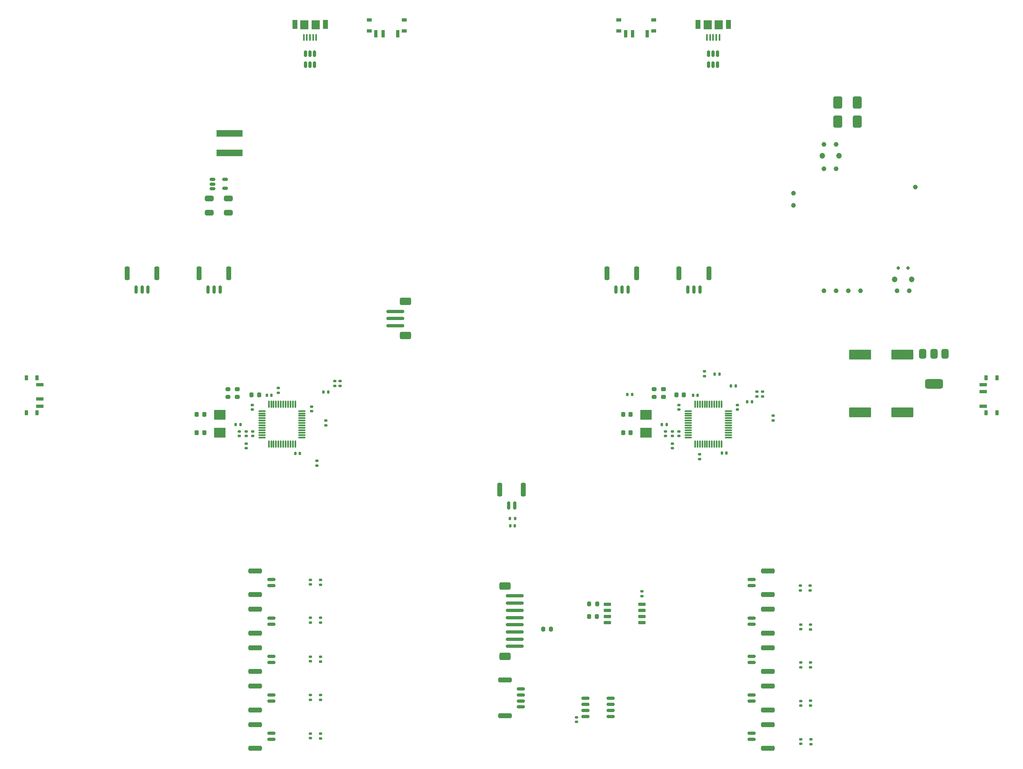
<source format=gtp>
%TF.GenerationSoftware,KiCad,Pcbnew,8.0.3*%
%TF.CreationDate,2024-06-23T20:05:21+02:00*%
%TF.ProjectId,Pilot,50696c6f-742e-46b6-9963-61645f706362,rev?*%
%TF.SameCoordinates,Original*%
%TF.FileFunction,Paste,Top*%
%TF.FilePolarity,Positive*%
%FSLAX46Y46*%
G04 Gerber Fmt 4.6, Leading zero omitted, Abs format (unit mm)*
G04 Created by KiCad (PCBNEW 8.0.3) date 2024-06-23 20:05:21*
%MOMM*%
%LPD*%
G01*
G04 APERTURE LIST*
G04 Aperture macros list*
%AMRoundRect*
0 Rectangle with rounded corners*
0 $1 Rounding radius*
0 $2 $3 $4 $5 $6 $7 $8 $9 X,Y pos of 4 corners*
0 Add a 4 corners polygon primitive as box body*
4,1,4,$2,$3,$4,$5,$6,$7,$8,$9,$2,$3,0*
0 Add four circle primitives for the rounded corners*
1,1,$1+$1,$2,$3*
1,1,$1+$1,$4,$5*
1,1,$1+$1,$6,$7*
1,1,$1+$1,$8,$9*
0 Add four rect primitives between the rounded corners*
20,1,$1+$1,$2,$3,$4,$5,0*
20,1,$1+$1,$4,$5,$6,$7,0*
20,1,$1+$1,$6,$7,$8,$9,0*
20,1,$1+$1,$8,$9,$2,$3,0*%
G04 Aperture macros list end*
%ADD10R,1.000000X1.900000*%
%ADD11R,1.800000X1.900000*%
%ADD12R,0.350000X1.350000*%
%ADD13RoundRect,0.225000X-0.225000X-0.250000X0.225000X-0.250000X0.225000X0.250000X-0.225000X0.250000X0*%
%ADD14RoundRect,0.140000X0.170000X-0.140000X0.170000X0.140000X-0.170000X0.140000X-0.170000X-0.140000X0*%
%ADD15RoundRect,0.250001X2.049999X0.799999X-2.049999X0.799999X-2.049999X-0.799999X2.049999X-0.799999X0*%
%ADD16RoundRect,0.250000X-1.150000X0.250000X-1.150000X-0.250000X1.150000X-0.250000X1.150000X0.250000X0*%
%ADD17RoundRect,0.150000X-0.700000X0.150000X-0.700000X-0.150000X0.700000X-0.150000X0.700000X0.150000X0*%
%ADD18RoundRect,0.140000X-0.170000X0.140000X-0.170000X-0.140000X0.170000X-0.140000X0.170000X0.140000X0*%
%ADD19R,0.700000X1.500000*%
%ADD20R,1.000000X0.800000*%
%ADD21R,2.400000X2.000000*%
%ADD22RoundRect,0.135000X-0.185000X0.135000X-0.185000X-0.135000X0.185000X-0.135000X0.185000X0.135000X0*%
%ADD23RoundRect,0.200000X-0.200000X-0.275000X0.200000X-0.275000X0.200000X0.275000X-0.200000X0.275000X0*%
%ADD24RoundRect,0.225000X0.225000X0.250000X-0.225000X0.250000X-0.225000X-0.250000X0.225000X-0.250000X0*%
%ADD25RoundRect,0.140000X-0.140000X-0.170000X0.140000X-0.170000X0.140000X0.170000X-0.140000X0.170000X0*%
%ADD26RoundRect,0.140000X0.140000X0.170000X-0.140000X0.170000X-0.140000X-0.170000X0.140000X-0.170000X0*%
%ADD27RoundRect,0.250001X0.899999X-0.499999X0.899999X0.499999X-0.899999X0.499999X-0.899999X-0.499999X0*%
%ADD28RoundRect,0.175000X1.675000X-0.175000X1.675000X0.175000X-1.675000X0.175000X-1.675000X-0.175000X0*%
%ADD29RoundRect,0.155500X-0.397000X0.155500X-0.397000X-0.155500X0.397000X-0.155500X0.397000X0.155500X0*%
%ADD30RoundRect,0.250000X1.150000X-0.250000X1.150000X0.250000X-1.150000X0.250000X-1.150000X-0.250000X0*%
%ADD31RoundRect,0.150000X0.700000X-0.150000X0.700000X0.150000X-0.700000X0.150000X-0.700000X-0.150000X0*%
%ADD32RoundRect,0.147500X0.172500X-0.147500X0.172500X0.147500X-0.172500X0.147500X-0.172500X-0.147500X0*%
%ADD33RoundRect,0.250000X0.650000X-1.000000X0.650000X1.000000X-0.650000X1.000000X-0.650000X-1.000000X0*%
%ADD34RoundRect,0.150000X-0.650000X-0.150000X0.650000X-0.150000X0.650000X0.150000X-0.650000X0.150000X0*%
%ADD35RoundRect,0.135000X0.135000X0.185000X-0.135000X0.185000X-0.135000X-0.185000X0.135000X-0.185000X0*%
%ADD36RoundRect,0.135000X0.185000X-0.135000X0.185000X0.135000X-0.185000X0.135000X-0.185000X-0.135000X0*%
%ADD37C,1.000000*%
%ADD38C,0.700000*%
%ADD39C,1.200000*%
%ADD40R,5.500000X1.430000*%
%ADD41RoundRect,0.375000X-0.375000X0.625000X-0.375000X-0.625000X0.375000X-0.625000X0.375000X0.625000X0*%
%ADD42RoundRect,0.500000X-1.400000X0.500000X-1.400000X-0.500000X1.400000X-0.500000X1.400000X0.500000X0*%
%ADD43RoundRect,0.135000X-0.135000X-0.185000X0.135000X-0.185000X0.135000X0.185000X-0.135000X0.185000X0*%
%ADD44RoundRect,0.200000X0.200000X0.275000X-0.200000X0.275000X-0.200000X-0.275000X0.200000X-0.275000X0*%
%ADD45RoundRect,0.250001X-0.899999X0.499999X-0.899999X-0.499999X0.899999X-0.499999X0.899999X0.499999X0*%
%ADD46RoundRect,0.175000X-1.675000X0.175000X-1.675000X-0.175000X1.675000X-0.175000X1.675000X0.175000X0*%
%ADD47RoundRect,0.250000X-0.250000X-1.150000X0.250000X-1.150000X0.250000X1.150000X-0.250000X1.150000X0*%
%ADD48RoundRect,0.150000X-0.150000X-0.700000X0.150000X-0.700000X0.150000X0.700000X-0.150000X0.700000X0*%
%ADD49RoundRect,0.250000X-0.650000X0.325000X-0.650000X-0.325000X0.650000X-0.325000X0.650000X0.325000X0*%
%ADD50RoundRect,0.075000X-0.662500X-0.075000X0.662500X-0.075000X0.662500X0.075000X-0.662500X0.075000X0*%
%ADD51RoundRect,0.075000X-0.075000X-0.662500X0.075000X-0.662500X0.075000X0.662500X-0.075000X0.662500X0*%
%ADD52R,1.500000X0.700000*%
%ADD53R,0.800000X1.000000*%
%ADD54RoundRect,0.200000X-0.275000X0.200000X-0.275000X-0.200000X0.275000X-0.200000X0.275000X0.200000X0*%
%ADD55RoundRect,0.218750X-0.256250X0.218750X-0.256250X-0.218750X0.256250X-0.218750X0.256250X0.218750X0*%
%ADD56RoundRect,0.150000X0.675000X0.150000X-0.675000X0.150000X-0.675000X-0.150000X0.675000X-0.150000X0*%
%ADD57RoundRect,0.150000X-0.150000X0.512500X-0.150000X-0.512500X0.150000X-0.512500X0.150000X0.512500X0*%
G04 APERTURE END LIST*
D10*
%TO.C,J20*%
X56825000Y-1800000D03*
D11*
X58850000Y-1808000D03*
X61150000Y-1808000D03*
D10*
X63175000Y-1800000D03*
D12*
X58700000Y-4475000D03*
X59350000Y-4475000D03*
X60000000Y-4475000D03*
X60650000Y-4475000D03*
X61300000Y-4475000D03*
%TD*%
D13*
%TO.C,C33*%
X36405000Y-86800000D03*
X37955000Y-86800000D03*
%TD*%
%TO.C,C10*%
X126793000Y-86800000D03*
X125243000Y-86800000D03*
%TD*%
%TO.C,C9*%
X126793000Y-83000000D03*
X125243000Y-83000000D03*
%TD*%
%TO.C,C32*%
X36405000Y-83000000D03*
X37955000Y-83000000D03*
%TD*%
D14*
%TO.C,C26*%
X48000000Y-81980000D03*
X48000000Y-81020000D03*
%TD*%
D15*
%TO.C,C34*%
X183400000Y-70500000D03*
X174600000Y-70500000D03*
%TD*%
D16*
%TO.C,J10*%
X155400000Y-128475000D03*
X155400000Y-123525000D03*
D17*
X152050000Y-126625000D03*
X152050000Y-125375000D03*
%TD*%
D18*
%TO.C,C24*%
X45300000Y-86520000D03*
X45300000Y-87480000D03*
%TD*%
D19*
%TO.C,SW3*%
X73750000Y-3730000D03*
X75250000Y-3730000D03*
X78250000Y-3730000D03*
D20*
X72350000Y-870000D03*
X72350000Y-3080000D03*
X79650000Y-870000D03*
X79650000Y-3080000D03*
%TD*%
D15*
%TO.C,C35*%
X183400000Y-82500000D03*
X174600000Y-82500000D03*
%TD*%
D14*
%TO.C,C13*%
X60100000Y-134380000D03*
X60100000Y-133420000D03*
%TD*%
D21*
%TO.C,Y2*%
X41200000Y-86750000D03*
X41200000Y-83050000D03*
%TD*%
D14*
%TO.C,C18*%
X162300000Y-143580000D03*
X162300000Y-142620000D03*
%TD*%
D18*
%TO.C,C28*%
X60300000Y-81320000D03*
X60300000Y-82280000D03*
%TD*%
D22*
%TO.C,R29*%
X65200000Y-75990000D03*
X65200000Y-77010000D03*
%TD*%
D23*
%TO.C,R24*%
X118175000Y-122400000D03*
X119825000Y-122400000D03*
%TD*%
D24*
%TO.C,C2*%
X137875000Y-78900000D03*
X136325000Y-78900000D03*
%TD*%
D14*
%TO.C,C23*%
X115500000Y-146960000D03*
X115500000Y-146000000D03*
%TD*%
D21*
%TO.C,Y1*%
X130038000Y-86750000D03*
X130038000Y-83050000D03*
%TD*%
D25*
%TO.C,C6*%
X139837000Y-79000000D03*
X140797000Y-79000000D03*
%TD*%
D14*
%TO.C,C21*%
X162300000Y-135600000D03*
X162300000Y-134640000D03*
%TD*%
D26*
%TO.C,C4*%
X146780000Y-91000000D03*
X145820000Y-91000000D03*
%TD*%
D27*
%TO.C,J13*%
X100600000Y-118700000D03*
X100600000Y-133300000D03*
D28*
X102700000Y-120750000D03*
X102700000Y-122250000D03*
X102700000Y-123750000D03*
X102700000Y-125250000D03*
X102700000Y-126750000D03*
X102700000Y-128250000D03*
X102700000Y-129750000D03*
X102700000Y-131250000D03*
%TD*%
D22*
%TO.C,R18*%
X164300000Y-142590000D03*
X164300000Y-143610000D03*
%TD*%
D29*
%TO.C,U9*%
X39700000Y-34050000D03*
X39700000Y-35000000D03*
X39700000Y-35950000D03*
X42300000Y-35900000D03*
X42300000Y-34050000D03*
%TD*%
D30*
%TO.C,J6*%
X48600000Y-147525000D03*
X48600000Y-152475000D03*
D31*
X51950000Y-149375000D03*
X51950000Y-150625000D03*
%TD*%
D32*
%TO.C,L1*%
X135548000Y-89985000D03*
X135548000Y-89015000D03*
%TD*%
D33*
%TO.C,D4*%
X170000000Y-22000000D03*
X170000000Y-18000000D03*
%TD*%
D34*
%TO.C,U2*%
X122000000Y-122460000D03*
X122000000Y-123730000D03*
X122000000Y-125000000D03*
X122000000Y-126270000D03*
X129200000Y-126270000D03*
X129200000Y-125000000D03*
X129200000Y-123730000D03*
X129200000Y-122460000D03*
%TD*%
D35*
%TO.C,R11*%
X102710000Y-104675000D03*
X101690000Y-104675000D03*
%TD*%
D36*
%TO.C,R26*%
X156500000Y-84210000D03*
X156500000Y-83190000D03*
%TD*%
%TO.C,R4*%
X61400000Y-93610000D03*
X61400000Y-92590000D03*
%TD*%
D37*
%TO.C,U7*%
X160760000Y-36920000D03*
X160760000Y-39460000D03*
D38*
X184620000Y-52477000D03*
D37*
X184890000Y-57240000D03*
D39*
X185370000Y-54890000D03*
X181870000Y-54890000D03*
D37*
X182350000Y-57240000D03*
D38*
X182620000Y-52500000D03*
D37*
X174730000Y-57240000D03*
X172190000Y-57240000D03*
X169650000Y-57240000D03*
X167110000Y-57240000D03*
X169650000Y-26760000D03*
X169650000Y-31840000D03*
D39*
X170257000Y-29109000D03*
X166757000Y-29109000D03*
D37*
X167110000Y-26760000D03*
X167110000Y-31840000D03*
X186160000Y-35650000D03*
%TD*%
D30*
%TO.C,J4*%
X48600000Y-131525000D03*
X48600000Y-136475000D03*
D31*
X51950000Y-133375000D03*
X51950000Y-134625000D03*
%TD*%
D40*
%TO.C,L3*%
X43200000Y-28520000D03*
X43200000Y-24480000D03*
%TD*%
D41*
%TO.C,U8*%
X192300000Y-70350000D03*
X190000000Y-70350000D03*
D42*
X190000000Y-76650000D03*
D41*
X187700000Y-70350000D03*
%TD*%
D22*
%TO.C,R13*%
X62200000Y-133390000D03*
X62200000Y-134410000D03*
%TD*%
D43*
%TO.C,R30*%
X62790000Y-78300000D03*
X63810000Y-78300000D03*
%TD*%
D22*
%TO.C,R6*%
X153100000Y-78190000D03*
X153100000Y-79210000D03*
%TD*%
D44*
%TO.C,R23*%
X110225000Y-127700000D03*
X108575000Y-127700000D03*
%TD*%
D45*
%TO.C,J15*%
X79900000Y-66550000D03*
X79900000Y-59450000D03*
D46*
X77800000Y-64500000D03*
X77800000Y-63000000D03*
X77800000Y-61500000D03*
%TD*%
D47*
%TO.C,J19*%
X128100000Y-53600000D03*
X121900000Y-53600000D03*
D48*
X126250000Y-56950000D03*
X125000000Y-56950000D03*
X123750000Y-56950000D03*
%TD*%
D47*
%TO.C,J18*%
X143100000Y-53600000D03*
X136900000Y-53600000D03*
D48*
X141250000Y-56950000D03*
X140000000Y-56950000D03*
X138750000Y-56950000D03*
%TD*%
D44*
%TO.C,R25*%
X119805000Y-125015000D03*
X118155000Y-125015000D03*
%TD*%
D22*
%TO.C,R8*%
X142200000Y-74000000D03*
X142200000Y-75020000D03*
%TD*%
%TO.C,R31*%
X53425000Y-77450000D03*
X53425000Y-78470000D03*
%TD*%
D49*
%TO.C,C37*%
X39000000Y-38025000D03*
X39000000Y-40975000D03*
%TD*%
D14*
%TO.C,C12*%
X60100000Y-118380000D03*
X60100000Y-117420000D03*
%TD*%
D43*
%TO.C,R2*%
X144290000Y-74600000D03*
X145310000Y-74600000D03*
%TD*%
D33*
%TO.C,D3*%
X174000000Y-22000000D03*
X174000000Y-18000000D03*
%TD*%
D22*
%TO.C,R20*%
X164400000Y-150590000D03*
X164400000Y-151610000D03*
%TD*%
D49*
%TO.C,C36*%
X43000000Y-38025000D03*
X43000000Y-40975000D03*
%TD*%
D36*
%TO.C,R27*%
X63300000Y-85210000D03*
X63300000Y-84190000D03*
%TD*%
D26*
%TO.C,C27*%
X57880000Y-91100000D03*
X56920000Y-91100000D03*
%TD*%
D50*
%TO.C,U1*%
X138837500Y-82250000D03*
X138837500Y-82750000D03*
X138837500Y-83250000D03*
X138837500Y-83750000D03*
X138837500Y-84250000D03*
X138837500Y-84750000D03*
X138837500Y-85250000D03*
X138837500Y-85750000D03*
X138837500Y-86250000D03*
X138837500Y-86750000D03*
X138837500Y-87250000D03*
X138837500Y-87750000D03*
D51*
X140250000Y-89162500D03*
X140750000Y-89162500D03*
X141250000Y-89162500D03*
X141750000Y-89162500D03*
X142250000Y-89162500D03*
X142750000Y-89162500D03*
X143250000Y-89162500D03*
X143750000Y-89162500D03*
X144250000Y-89162500D03*
X144750000Y-89162500D03*
X145250000Y-89162500D03*
X145750000Y-89162500D03*
D50*
X147162500Y-87750000D03*
X147162500Y-87250000D03*
X147162500Y-86750000D03*
X147162500Y-86250000D03*
X147162500Y-85750000D03*
X147162500Y-85250000D03*
X147162500Y-84750000D03*
X147162500Y-84250000D03*
X147162500Y-83750000D03*
X147162500Y-83250000D03*
X147162500Y-82750000D03*
X147162500Y-82250000D03*
D51*
X145750000Y-80837500D03*
X145250000Y-80837500D03*
X144750000Y-80837500D03*
X144250000Y-80837500D03*
X143750000Y-80837500D03*
X143250000Y-80837500D03*
X142750000Y-80837500D03*
X142250000Y-80837500D03*
X141750000Y-80837500D03*
X141250000Y-80837500D03*
X140750000Y-80837500D03*
X140250000Y-80837500D03*
%TD*%
D47*
%TO.C,J17*%
X28100000Y-53600000D03*
X21900000Y-53600000D03*
D48*
X26250000Y-56950000D03*
X25000000Y-56950000D03*
X23750000Y-56950000D03*
%TD*%
D35*
%TO.C,R1*%
X148710000Y-77000000D03*
X147690000Y-77000000D03*
%TD*%
D52*
%TO.C,SW2*%
X3730000Y-81250000D03*
X3730000Y-79750000D03*
X3730000Y-76750000D03*
D53*
X870000Y-82650000D03*
X3080000Y-82650000D03*
X870000Y-75350000D03*
X3080000Y-75350000D03*
%TD*%
D19*
%TO.C,SW1*%
X125750000Y-3730000D03*
X127250000Y-3730000D03*
X130250000Y-3730000D03*
D20*
X124350000Y-870000D03*
X124350000Y-3080000D03*
X131650000Y-870000D03*
X131650000Y-3080000D03*
%TD*%
D18*
%TO.C,C5*%
X149100000Y-81020000D03*
X149100000Y-81980000D03*
%TD*%
D54*
%TO.C,R33*%
X42900000Y-77675000D03*
X42900000Y-79325000D03*
%TD*%
D30*
%TO.C,J1*%
X100600000Y-138275000D03*
X100600000Y-145725000D03*
D31*
X103950000Y-140125000D03*
X103950000Y-141375000D03*
X103950000Y-142625000D03*
X103950000Y-143875000D03*
%TD*%
D16*
%TO.C,J8*%
X155400000Y-120475000D03*
X155400000Y-115525000D03*
D17*
X152050000Y-118625000D03*
X152050000Y-117375000D03*
%TD*%
D47*
%TO.C,J16*%
X43100000Y-53600000D03*
X36900000Y-53600000D03*
D48*
X41250000Y-56950000D03*
X40000000Y-56950000D03*
X38750000Y-56950000D03*
%TD*%
D30*
%TO.C,J3*%
X48600000Y-115525000D03*
X48600000Y-120475000D03*
D31*
X51950000Y-117375000D03*
X51950000Y-118625000D03*
%TD*%
D22*
%TO.C,R28*%
X66300000Y-75990000D03*
X66300000Y-77010000D03*
%TD*%
D50*
%TO.C,U5*%
X50000000Y-82250000D03*
X50000000Y-82750000D03*
X50000000Y-83250000D03*
X50000000Y-83750000D03*
X50000000Y-84250000D03*
X50000000Y-84750000D03*
X50000000Y-85250000D03*
X50000000Y-85750000D03*
X50000000Y-86250000D03*
X50000000Y-86750000D03*
X50000000Y-87250000D03*
X50000000Y-87750000D03*
D51*
X51412500Y-89162500D03*
X51912500Y-89162500D03*
X52412500Y-89162500D03*
X52912500Y-89162500D03*
X53412500Y-89162500D03*
X53912500Y-89162500D03*
X54412500Y-89162500D03*
X54912500Y-89162500D03*
X55412500Y-89162500D03*
X55912500Y-89162500D03*
X56412500Y-89162500D03*
X56912500Y-89162500D03*
D50*
X58325000Y-87750000D03*
X58325000Y-87250000D03*
X58325000Y-86750000D03*
X58325000Y-86250000D03*
X58325000Y-85750000D03*
X58325000Y-85250000D03*
X58325000Y-84750000D03*
X58325000Y-84250000D03*
X58325000Y-83750000D03*
X58325000Y-83250000D03*
X58325000Y-82750000D03*
X58325000Y-82250000D03*
D51*
X56912500Y-80837500D03*
X56412500Y-80837500D03*
X55912500Y-80837500D03*
X55412500Y-80837500D03*
X54912500Y-80837500D03*
X54412500Y-80837500D03*
X53912500Y-80837500D03*
X53412500Y-80837500D03*
X52912500Y-80837500D03*
X52412500Y-80837500D03*
X51912500Y-80837500D03*
X51412500Y-80837500D03*
%TD*%
D47*
%TO.C,J2*%
X104475000Y-98600000D03*
X99525000Y-98600000D03*
D48*
X102625000Y-101950000D03*
X101375000Y-101950000D03*
%TD*%
D55*
%TO.C,D1*%
X133638000Y-77712500D03*
X133638000Y-79287500D03*
%TD*%
D54*
%TO.C,R22*%
X131738000Y-77675000D03*
X131738000Y-79325000D03*
%TD*%
D22*
%TO.C,R21*%
X164300000Y-134610000D03*
X164300000Y-135630000D03*
%TD*%
D14*
%TO.C,C30*%
X46700000Y-87480000D03*
X46700000Y-86520000D03*
%TD*%
D55*
%TO.C,D2*%
X44800000Y-77712500D03*
X44800000Y-79287500D03*
%TD*%
D24*
%TO.C,C25*%
X49375000Y-78900000D03*
X47825000Y-78900000D03*
%TD*%
D22*
%TO.C,R15*%
X62200000Y-149390000D03*
X62200000Y-150410000D03*
%TD*%
%TO.C,R5*%
X154300000Y-78190000D03*
X154300000Y-79210000D03*
%TD*%
D36*
%TO.C,R3*%
X141200000Y-92310000D03*
X141200000Y-91290000D03*
%TD*%
D14*
%TO.C,C7*%
X135538000Y-87480000D03*
X135538000Y-86520000D03*
%TD*%
D35*
%TO.C,R32*%
X45510000Y-85100000D03*
X44490000Y-85100000D03*
%TD*%
D25*
%TO.C,C11*%
X101720000Y-106175000D03*
X102680000Y-106175000D03*
%TD*%
D14*
%TO.C,C14*%
X60100000Y-142380000D03*
X60100000Y-141420000D03*
%TD*%
%TO.C,C3*%
X136838000Y-81980000D03*
X136838000Y-81020000D03*
%TD*%
%TO.C,C17*%
X162200000Y-119580000D03*
X162200000Y-118620000D03*
%TD*%
D52*
%TO.C,SW4*%
X200270000Y-76750000D03*
X200270000Y-78250000D03*
X200270000Y-81250000D03*
D53*
X203130000Y-75350000D03*
X200920000Y-75350000D03*
X203130000Y-82650000D03*
X200920000Y-82650000D03*
%TD*%
D30*
%TO.C,J7*%
X48600000Y-123525000D03*
X48600000Y-128475000D03*
D31*
X51950000Y-125375000D03*
X51950000Y-126625000D03*
%TD*%
D22*
%TO.C,R14*%
X62200000Y-141390000D03*
X62200000Y-142410000D03*
%TD*%
%TO.C,R19*%
X164300000Y-126690000D03*
X164300000Y-127710000D03*
%TD*%
D18*
%TO.C,C22*%
X129200000Y-119820000D03*
X129200000Y-120780000D03*
%TD*%
D14*
%TO.C,C15*%
X60100000Y-150380000D03*
X60100000Y-149420000D03*
%TD*%
D35*
%TO.C,R9*%
X134348000Y-85100000D03*
X133328000Y-85100000D03*
%TD*%
D16*
%TO.C,J12*%
X155400000Y-136475000D03*
X155400000Y-131525000D03*
D17*
X152050000Y-134625000D03*
X152050000Y-133375000D03*
%TD*%
D14*
%TO.C,C20*%
X162300000Y-151580000D03*
X162300000Y-150620000D03*
%TD*%
D16*
%TO.C,J11*%
X155400000Y-152475000D03*
X155400000Y-147525000D03*
D17*
X152050000Y-150625000D03*
X152050000Y-149375000D03*
%TD*%
D25*
%TO.C,C29*%
X51000000Y-79000000D03*
X51960000Y-79000000D03*
%TD*%
D22*
%TO.C,R12*%
X62200000Y-117390000D03*
X62200000Y-118410000D03*
%TD*%
D32*
%TO.C,L2*%
X46710000Y-89985000D03*
X46710000Y-89015000D03*
%TD*%
D22*
%TO.C,R17*%
X164200000Y-118590000D03*
X164200000Y-119610000D03*
%TD*%
D14*
%TO.C,C8*%
X136888000Y-87480000D03*
X136888000Y-86520000D03*
%TD*%
D16*
%TO.C,J9*%
X155400000Y-144475000D03*
X155400000Y-139525000D03*
D17*
X152050000Y-142625000D03*
X152050000Y-141375000D03*
%TD*%
D30*
%TO.C,J5*%
X48600000Y-139525000D03*
X48600000Y-144475000D03*
D31*
X51950000Y-141375000D03*
X51950000Y-142625000D03*
%TD*%
D14*
%TO.C,C31*%
X48050000Y-87480000D03*
X48050000Y-86520000D03*
%TD*%
D43*
%TO.C,R7*%
X151090000Y-80300000D03*
X152110000Y-80300000D03*
%TD*%
D56*
%TO.C,U3*%
X122625000Y-145905000D03*
X122625000Y-144635000D03*
X122625000Y-143365000D03*
X122625000Y-142095000D03*
X117375000Y-142095000D03*
X117375000Y-143365000D03*
X117375000Y-144635000D03*
X117375000Y-145905000D03*
%TD*%
D43*
%TO.C,R10*%
X126090000Y-78800000D03*
X127110000Y-78800000D03*
%TD*%
D14*
%TO.C,C16*%
X60100000Y-126280000D03*
X60100000Y-125320000D03*
%TD*%
D18*
%TO.C,C1*%
X134100000Y-86520000D03*
X134100000Y-87480000D03*
%TD*%
D22*
%TO.C,R16*%
X62200000Y-125300000D03*
X62200000Y-126320000D03*
%TD*%
D14*
%TO.C,C19*%
X162300000Y-127680000D03*
X162300000Y-126720000D03*
%TD*%
D12*
%TO.C,J14*%
X145300000Y-4475000D03*
X144650000Y-4475000D03*
X144000000Y-4475000D03*
X143350000Y-4475000D03*
X142700000Y-4475000D03*
D10*
X147175000Y-1800000D03*
D11*
X145150000Y-1808000D03*
X142850000Y-1808000D03*
D10*
X140825000Y-1800000D03*
%TD*%
D57*
%TO.C,U6*%
X60950000Y-7862500D03*
X60000000Y-7862500D03*
X59050000Y-7862500D03*
X59050000Y-10137500D03*
X60000000Y-10137500D03*
X60950000Y-10137500D03*
%TD*%
%TO.C,U4*%
X144950000Y-7862500D03*
X144000000Y-7862500D03*
X143050000Y-7862500D03*
X143050000Y-10137500D03*
X144000000Y-10137500D03*
X144950000Y-10137500D03*
%TD*%
M02*

</source>
